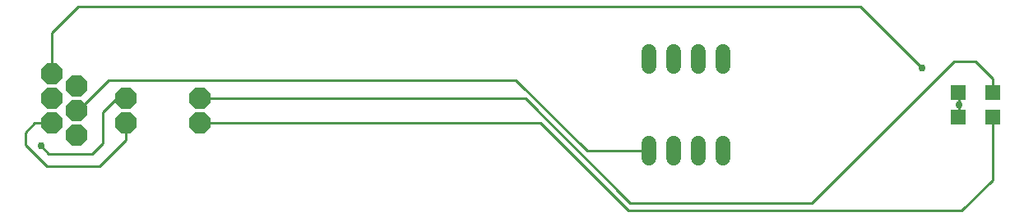
<source format=gbr>
G04 EAGLE Gerber RS-274X export*
G75*
%MOMM*%
%FSLAX34Y34*%
%LPD*%
%INTop Copper*%
%IPPOS*%
%AMOC8*
5,1,8,0,0,1.08239X$1,22.5*%
G01*
%ADD10R,1.500000X1.500000*%
%ADD11P,1.429621X8X202.500000*%
%ADD12C,1.408000*%
%ADD13R,1.408000X1.408000*%
%ADD14C,1.524000*%
%ADD15P,2.336880X8X22.500000*%
%ADD16C,0.254000*%
%ADD17C,0.756400*%


D10*
X1254088Y317500D03*
X1289088Y317500D03*
X1254088Y292100D03*
X1289088Y292100D03*
D11*
X473075Y285750D03*
X396875Y285750D03*
X473075Y311150D03*
X396875Y311150D03*
D12*
X320675Y336550D03*
X320675Y311150D03*
X320675Y285750D03*
X346075Y323850D03*
X346075Y298450D03*
D13*
X346075Y273050D03*
D14*
X935038Y344805D02*
X935038Y360045D01*
X960438Y360045D02*
X960438Y344805D01*
X985838Y344805D02*
X985838Y360045D01*
X1011238Y360045D02*
X1011238Y344805D01*
X935038Y264795D02*
X935038Y249555D01*
X960438Y249555D02*
X960438Y264795D01*
X985838Y264795D02*
X985838Y249555D01*
X1011238Y249555D02*
X1011238Y264795D01*
D15*
X473075Y311150D03*
X473075Y285750D03*
X396875Y285750D03*
X396875Y311150D03*
X320675Y336550D03*
X346075Y323850D03*
X346075Y298450D03*
X320675Y311150D03*
X320675Y285750D03*
X346075Y273050D03*
D16*
X369888Y241300D02*
X315913Y241300D01*
X396875Y268288D02*
X396875Y285750D01*
X396875Y268288D02*
X369888Y241300D01*
X315913Y241300D02*
X293688Y263525D01*
X293688Y276225D01*
X303213Y285750D02*
X320675Y285750D01*
X303213Y285750D02*
X293688Y276225D01*
D17*
X309563Y261938D03*
D16*
X317500Y254000D02*
X361950Y254000D01*
X317500Y254000D02*
X309563Y261938D01*
X373063Y265113D02*
X373063Y296863D01*
X387350Y311150D02*
X396875Y311150D01*
X387350Y311150D02*
X373063Y296863D01*
X373063Y265113D02*
X361950Y254000D01*
X347663Y298450D02*
X346075Y298450D01*
X347663Y298450D02*
X379413Y330200D01*
X798513Y330200D01*
X871538Y257175D01*
X935038Y257175D01*
X347663Y406400D02*
X320675Y379413D01*
X320675Y336550D01*
X1254125Y304800D02*
X1254125Y290513D01*
X1254125Y304800D02*
X1254125Y317500D01*
D17*
X1254125Y304800D03*
X1216025Y342900D03*
D16*
X1152525Y406400D01*
X347663Y406400D01*
X473075Y311150D02*
X808038Y311150D01*
X915988Y203200D01*
X1103313Y203200D01*
X1249363Y349250D01*
X1271588Y349250D01*
X1289050Y331788D01*
X1289050Y317500D01*
X1257300Y195263D02*
X914400Y195263D01*
X1257300Y195263D02*
X1289050Y227013D01*
X1289050Y292100D01*
X914400Y195263D02*
X823913Y285750D01*
X473075Y285750D01*
M02*

</source>
